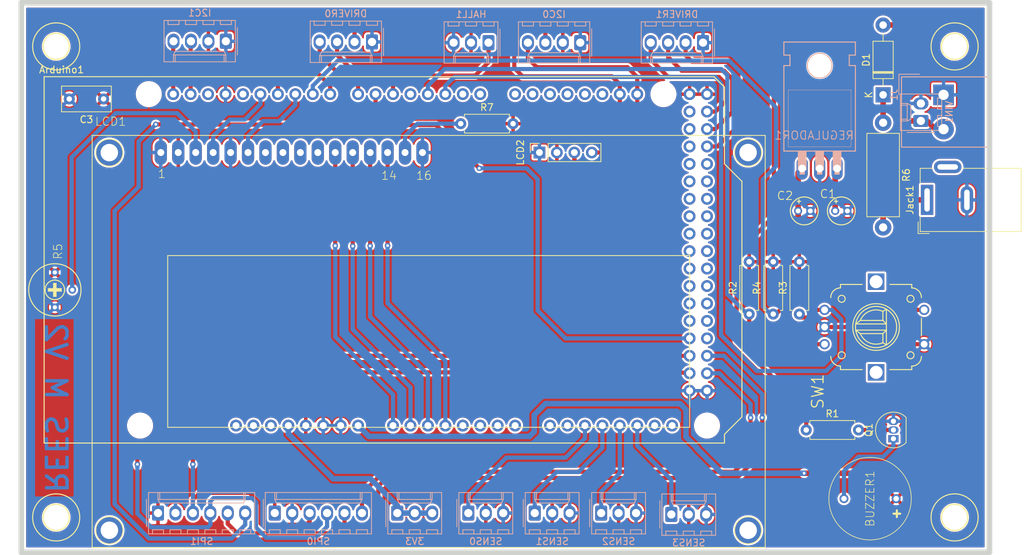
<source format=kicad_pcb>
(kicad_pcb (version 20171130) (host pcbnew 5.1.5-52549c5~84~ubuntu18.04.1)
  (layers (0 Top signal) (31 Bottom signal) (34 B.Paste user hide) (35 F.Paste user hide) (36 B.SilkS user) (37 F.SilkS user) (38 B.Mask user) (39 F.Mask user) (44 Edge.Cuts user))
  (net 0 "")
  (net 1 GND)
  (net 2 +5V)
  (net 3 +24V)
  (net 4 /E)
  (net 5 /D4)
  (net 6 /D5)
  (net 7 /D6)
  (net 8 /D7)
  (net 9 /BUZZ)
  (net 10 /RS)
  (net 11 /SW)
  (net 12 /HALL)
  (net 13 /DT)
  (net 14 /CLK)
  (net 15 "Net-(BUZZER1-Pad2)")
  (net 16 "Net-(LCD1-Pad10)")
  (net 17 "Net-(LCD1-Pad9)")
  (net 18 "Net-(LCD1-Pad8)")
  (net 19 "Net-(LCD1-Pad7)")
  (net 20 "Net-(LCD1-Pad3)")
  (net 21 "Net-(LCD1-Pad15)")
  (net 22 +12V)
  (net 23 "Net-(Q1-Pad2)")
  (net 24 /3V3)
  (net 25 "Net-(Arduino1-PadRST1)")
  (net 26 "Net-(Arduino1-PadIORF)")
  (net 27 /SCL1)
  (net 28 /SDA1)
  (net 29 "Net-(Arduino1-PadD19)")
  (net 30 "Net-(Arduino1-PadD18)")
  (net 31 "Net-(Arduino1-PadD17)")
  (net 32 "Net-(Arduino1-PadD16)")
  (net 33 "Net-(Arduino1-PadD15)")
  (net 34 "Net-(Arduino1-PadD14)")
  (net 35 "Net-(Arduino1-PadD0)")
  (net 36 "Net-(Arduino1-PadD1)")
  (net 37 "Net-(Arduino1-PadD4)")
  (net 38 /PUL0)
  (net 39 /DIR0)
  (net 40 /ENA0)
  (net 41 /SCL2)
  (net 42 /SDA2)
  (net 43 "Net-(Arduino1-PadAREF)")
  (net 44 "Net-(Arduino1-PadD13)")
  (net 45 "Net-(Arduino1-PadA4)")
  (net 46 "Net-(Arduino1-PadA5)")
  (net 47 "Net-(Arduino1-PadA6)")
  (net 48 "Net-(Arduino1-PadA7)")
  (net 49 "Net-(Arduino1-PadA8)")
  (net 50 "Net-(Arduino1-PadA9)")
  (net 51 /SENS0)
  (net 52 /SENS1)
  (net 53 /SENS2)
  (net 54 /SENS3)
  (net 55 "Net-(Arduino1-PadA14)")
  (net 56 "Net-(Arduino1-PadA15)")
  (net 57 "Net-(Arduino1-PadD22)")
  (net 58 "Net-(Arduino1-PadD24)")
  (net 59 "Net-(Arduino1-PadD26)")
  (net 60 "Net-(Arduino1-PadD28)")
  (net 61 "Net-(Arduino1-PadD29)")
  (net 62 "Net-(Arduino1-PadD30)")
  (net 63 /SS1)
  (net 64 "Net-(Arduino1-PadD32)")
  (net 65 "Net-(Arduino1-PadD33)")
  (net 66 "Net-(Arduino1-PadD34)")
  (net 67 "Net-(Arduino1-PadD35)")
  (net 68 "Net-(Arduino1-PadD36)")
  (net 69 "Net-(Arduino1-PadD37)")
  (net 70 "Net-(Arduino1-PadD38)")
  (net 71 "Net-(Arduino1-PadD39)")
  (net 72 "Net-(Arduino1-PadD40)")
  (net 73 "Net-(Arduino1-PadD41)")
  (net 74 "Net-(Arduino1-PadD42)")
  (net 75 "Net-(Arduino1-PadD43)")
  (net 76 /ENA1)
  (net 77 /DIR1)
  (net 78 /PUL1)
  (net 79 "Net-(Arduino1-PadD47)")
  (net 80 "Net-(Arduino1-PadD49)")
  (net 81 /MISO)
  (net 82 /MOSI)
  (net 83 /SCK)
  (net 84 /SS0)
  (net 85 "Net-(Arduino1-PadD44)")
  (net 86 "Net-(Arduino1-PadD45)")
  (net 87 "Net-(Arduino1-PadD46)")
  (net 88 "Net-(Arduino1-PadD31)")
  (net 89 "Net-(D1-Pad1)")
  (net 90 "Net-(D1-Pad2)")
  (module Arduino:Arduino_Mega2560_Shield (layer Top) (at 81.34 129.1)
    (fp_text reference Arduino1 (at 2.54 -54.356) (layer F.SilkS))
    (fp_text value Arduino_Mega2560_Shield)
    (pad A0 thru_hole oval (at 50.8 -2.54) (size 1.7272 1.7272) (drill 1.016) (layers *.Cu *.Mask) (net 5 /D4))
    (pad VIN thru_hole oval (at 45.72 -2.54) (size 1.7272 1.7272) (drill 1.016) (layers *.Cu *.Mask) (net 22 +12V))
    (pad GND3 thru_hole oval (at 43.18 -2.54) (size 1.7272 1.7272) (drill 1.016) (layers *.Cu *.Mask) (net 1 GND))
    (pad GND2 thru_hole oval (at 40.64 -2.54) (size 1.7272 1.7272) (drill 1.016) (layers *.Cu *.Mask) (net 1 GND))
    (pad 5V1 thru_hole oval (at 38.1 -2.54) (size 1.7272 1.7272) (drill 1.016) (layers *.Cu *.Mask) (net 2 +5V))
    (pad 3V3 thru_hole oval (at 35.56 -2.54) (size 1.7272 1.7272) (drill 1.016) (layers *.Cu *.Mask) (net 24 /3V3))
    (pad RST1 thru_hole oval (at 33.02 -2.54) (size 1.7272 1.7272) (drill 1.016) (layers *.Cu *.Mask) (net 25 "Net-(Arduino1-PadRST1)"))
    (pad IORF thru_hole oval (at 30.48 -2.54) (size 1.7272 1.7272) (drill 1.016) (layers *.Cu *.Mask) (net 26 "Net-(Arduino1-PadIORF)"))
    (pad D21 thru_hole oval (at 86.36 -50.8) (size 1.7272 1.7272) (drill 1.016) (layers *.Cu *.Mask) (net 27 /SCL1))
    (pad D20 thru_hole oval (at 83.82 -50.8) (size 1.7272 1.7272) (drill 1.016) (layers *.Cu *.Mask) (net 28 /SDA1))
    (pad D19 thru_hole oval (at 81.28 -50.8) (size 1.7272 1.7272) (drill 1.016) (layers *.Cu *.Mask) (net 29 "Net-(Arduino1-PadD19)"))
    (pad D18 thru_hole oval (at 78.74 -50.8) (size 1.7272 1.7272) (drill 1.016) (layers *.Cu *.Mask) (net 30 "Net-(Arduino1-PadD18)"))
    (pad D17 thru_hole oval (at 76.2 -50.8) (size 1.7272 1.7272) (drill 1.016) (layers *.Cu *.Mask) (net 31 "Net-(Arduino1-PadD17)"))
    (pad D16 thru_hole oval (at 73.66 -50.8) (size 1.7272 1.7272) (drill 1.016) (layers *.Cu *.Mask) (net 32 "Net-(Arduino1-PadD16)"))
    (pad D15 thru_hole oval (at 71.12 -50.8) (size 1.7272 1.7272) (drill 1.016) (layers *.Cu *.Mask) (net 33 "Net-(Arduino1-PadD15)"))
    (pad D14 thru_hole oval (at 68.58 -50.8) (size 1.7272 1.7272) (drill 1.016) (layers *.Cu *.Mask) (net 34 "Net-(Arduino1-PadD14)"))
    (pad D0 thru_hole oval (at 63.5 -50.8) (size 1.7272 1.7272) (drill 1.016) (layers *.Cu *.Mask) (net 35 "Net-(Arduino1-PadD0)"))
    (pad D1 thru_hole oval (at 60.96 -50.8) (size 1.7272 1.7272) (drill 1.016) (layers *.Cu *.Mask) (net 36 "Net-(Arduino1-PadD1)"))
    (pad D2 thru_hole oval (at 58.42 -50.8) (size 1.7272 1.7272) (drill 1.016) (layers *.Cu *.Mask) (net 14 /CLK))
    (pad D3 thru_hole oval (at 55.88 -50.8) (size 1.7272 1.7272) (drill 1.016) (layers *.Cu *.Mask) (net 13 /DT))
    (pad D4 thru_hole oval (at 53.34 -50.8) (size 1.7272 1.7272) (drill 1.016) (layers *.Cu *.Mask) (net 37 "Net-(Arduino1-PadD4)"))
    (pad D5 thru_hole oval (at 50.8 -50.8) (size 1.7272 1.7272) (drill 1.016) (layers *.Cu *.Mask) (net 12 /HALL))
    (pad D6 thru_hole oval (at 48.26 -50.8) (size 1.7272 1.7272) (drill 1.016) (layers *.Cu *.Mask) (net 38 /PUL0))
    (pad D7 thru_hole oval (at 45.72 -50.8) (size 1.7272 1.7272) (drill 1.016) (layers *.Cu *.Mask) (net 39 /DIR0))
    (pad GND1 thru_hole oval (at 26.416 -50.8) (size 1.7272 1.7272) (drill 1.016) (layers *.Cu *.Mask) (net 1 GND))
    (pad D8 thru_hole oval (at 41.656 -50.8) (size 1.7272 1.7272) (drill 1.016) (layers *.Cu *.Mask) (net 40 /ENA0))
    (pad D9 thru_hole oval (at 39.116 -50.8) (size 1.7272 1.7272) (drill 1.016) (layers *.Cu *.Mask) (net 11 /SW))
    (pad D10 thru_hole oval (at 36.576 -50.8) (size 1.7272 1.7272) (drill 1.016) (layers *.Cu *.Mask) (net 4 /E))
    (pad "" np_thru_hole circle (at 90.17 -50.8) (size 3.2 3.2) (drill 3.2) (layers *.Cu *.Mask))
    (pad "" np_thru_hole circle (at 15.24 -50.8) (size 3.2 3.2) (drill 3.2) (layers *.Cu *.Mask))
    (pad "" np_thru_hole circle (at 96.52 -2.54) (size 3.2 3.2) (drill 3.2) (layers *.Cu *.Mask))
    (pad "" np_thru_hole circle (at 13.97 -2.54) (size 3.2 3.2) (drill 3.2) (layers *.Cu *.Mask))
    (pad SCL thru_hole oval (at 18.796 -50.8) (size 1.7272 1.7272) (drill 1.016) (layers *.Cu *.Mask) (net 41 /SCL2))
    (pad SDA thru_hole oval (at 21.336 -50.8) (size 1.7272 1.7272) (drill 1.016) (layers *.Cu *.Mask) (net 42 /SDA2))
    (pad AREF thru_hole oval (at 23.876 -50.8) (size 1.7272 1.7272) (drill 1.016) (layers *.Cu *.Mask) (net 43 "Net-(Arduino1-PadAREF)"))
    (pad D13 thru_hole oval (at 28.956 -50.8) (size 1.7272 1.7272) (drill 1.016) (layers *.Cu *.Mask) (net 44 "Net-(Arduino1-PadD13)"))
    (pad D12 thru_hole oval (at 31.496 -50.8) (size 1.7272 1.7272) (drill 1.016) (layers *.Cu *.Mask) (net 10 /RS))
    (pad D11 thru_hole oval (at 34.036 -50.8) (size 1.7272 1.7272) (drill 1.016) (layers *.Cu *.Mask) (net 9 /BUZZ))
    (pad "" thru_hole oval (at 27.94 -2.54) (size 1.7272 1.7272) (drill 1.016) (layers *.Cu *.Mask))
    (pad A1 thru_hole oval (at 53.34 -2.54) (size 1.7272 1.7272) (drill 1.016) (layers *.Cu *.Mask) (net 6 /D5))
    (pad A2 thru_hole oval (at 55.88 -2.54) (size 1.7272 1.7272) (drill 1.016) (layers *.Cu *.Mask) (net 7 /D6))
    (pad A3 thru_hole oval (at 58.42 -2.54) (size 1.7272 1.7272) (drill 1.016) (layers *.Cu *.Mask) (net 8 /D7))
    (pad A4 thru_hole oval (at 60.96 -2.54) (size 1.7272 1.7272) (drill 1.016) (layers *.Cu *.Mask) (net 45 "Net-(Arduino1-PadA4)"))
    (pad A5 thru_hole oval (at 63.5 -2.54) (size 1.7272 1.7272) (drill 1.016) (layers *.Cu *.Mask) (net 46 "Net-(Arduino1-PadA5)"))
    (pad A6 thru_hole oval (at 66.04 -2.54) (size 1.7272 1.7272) (drill 1.016) (layers *.Cu *.Mask) (net 47 "Net-(Arduino1-PadA6)"))
    (pad A7 thru_hole oval (at 68.58 -2.54) (size 1.7272 1.7272) (drill 1.016) (layers *.Cu *.Mask) (net 48 "Net-(Arduino1-PadA7)"))
    (pad A8 thru_hole oval (at 73.66 -2.54) (size 1.7272 1.7272) (drill 1.016) (layers *.Cu *.Mask) (net 49 "Net-(Arduino1-PadA8)"))
    (pad A9 thru_hole oval (at 76.2 -2.54) (size 1.7272 1.7272) (drill 1.016) (layers *.Cu *.Mask) (net 50 "Net-(Arduino1-PadA9)"))
    (pad A10 thru_hole oval (at 78.74 -2.54) (size 1.7272 1.7272) (drill 1.016) (layers *.Cu *.Mask) (net 51 /SENS0))
    (pad A11 thru_hole oval (at 81.28 -2.54) (size 1.7272 1.7272) (drill 1.016) (layers *.Cu *.Mask) (net 52 /SENS1))
    (pad A12 thru_hole oval (at 83.82 -2.54) (size 1.7272 1.7272) (drill 1.016) (layers *.Cu *.Mask) (net 53 /SENS2))
    (pad A13 thru_hole oval (at 86.36 -2.54) (size 1.7272 1.7272) (drill 1.016) (layers *.Cu *.Mask) (net 54 /SENS3))
    (pad A14 thru_hole oval (at 88.9 -2.54) (size 1.7272 1.7272) (drill 1.016) (layers *.Cu *.Mask) (net 55 "Net-(Arduino1-PadA14)"))
    (pad A15 thru_hole oval (at 91.44 -2.54) (size 1.7272 1.7272) (drill 1.016) (layers *.Cu *.Mask) (net 56 "Net-(Arduino1-PadA15)"))
    (pad 5V3 thru_hole oval (at 93.98 -50.8) (size 1.7272 1.7272) (drill 1.016) (layers *.Cu *.Mask) (net 2 +5V))
    (pad 5V4 thru_hole oval (at 96.52 -50.8) (size 1.7272 1.7272) (drill 1.016) (layers *.Cu *.Mask) (net 2 +5V))
    (pad D22 thru_hole oval (at 93.98 -48.26) (size 1.7272 1.7272) (drill 1.016) (layers *.Cu *.Mask) (net 57 "Net-(Arduino1-PadD22)"))
    (pad D23 thru_hole oval (at 96.52 -48.26) (size 1.7272 1.7272) (drill 1.016) (layers *.Cu *.Mask) (net 78 /PUL1))
    (pad D24 thru_hole oval (at 93.98 -45.72) (size 1.7272 1.7272) (drill 1.016) (layers *.Cu *.Mask) (net 58 "Net-(Arduino1-PadD24)"))
    (pad D25 thru_hole oval (at 96.52 -45.72) (size 1.7272 1.7272) (drill 1.016) (layers *.Cu *.Mask) (net 77 /DIR1))
    (pad D26 thru_hole oval (at 93.98 -43.18) (size 1.7272 1.7272) (drill 1.016) (layers *.Cu *.Mask) (net 59 "Net-(Arduino1-PadD26)"))
    (pad D27 thru_hole oval (at 96.52 -43.18) (size 1.7272 1.7272) (drill 1.016) (layers *.Cu *.Mask) (net 76 /ENA1))
    (pad D28 thru_hole oval (at 93.98 -40.64) (size 1.7272 1.7272) (drill 1.016) (layers *.Cu *.Mask) (net 60 "Net-(Arduino1-PadD28)"))
    (pad D29 thru_hole oval (at 96.52 -40.64) (size 1.7272 1.7272) (drill 1.016) (layers *.Cu *.Mask) (net 61 "Net-(Arduino1-PadD29)"))
    (pad D30 thru_hole oval (at 93.98 -38.1) (size 1.7272 1.7272) (drill 1.016) (layers *.Cu *.Mask) (net 62 "Net-(Arduino1-PadD30)"))
    (pad D31 thru_hole oval (at 96.52 -38.1) (size 1.7272 1.7272) (drill 1.016) (layers *.Cu *.Mask) (net 88 "Net-(Arduino1-PadD31)"))
    (pad D32 thru_hole oval (at 93.98 -35.56) (size 1.7272 1.7272) (drill 1.016) (layers *.Cu *.Mask) (net 64 "Net-(Arduino1-PadD32)"))
    (pad D33 thru_hole oval (at 96.52 -35.56) (size 1.7272 1.7272) (drill 1.016) (layers *.Cu *.Mask) (net 65 "Net-(Arduino1-PadD33)"))
    (pad D34 thru_hole oval (at 93.98 -33.02) (size 1.7272 1.7272) (drill 1.016) (layers *.Cu *.Mask) (net 66 "Net-(Arduino1-PadD34)"))
    (pad D35 thru_hole oval (at 96.52 -33.02) (size 1.7272 1.7272) (drill 1.016) (layers *.Cu *.Mask) (net 67 "Net-(Arduino1-PadD35)"))
    (pad D36 thru_hole oval (at 93.98 -30.48) (size 1.7272 1.7272) (drill 1.016) (layers *.Cu *.Mask) (net 68 "Net-(Arduino1-PadD36)"))
    (pad D37 thru_hole oval (at 96.52 -30.48) (size 1.7272 1.7272) (drill 1.016) (layers *.Cu *.Mask) (net 69 "Net-(Arduino1-PadD37)"))
    (pad D38 thru_hole oval (at 93.98 -27.94) (size 1.7272 1.7272) (drill 1.016) (layers *.Cu *.Mask) (net 70 "Net-(Arduino1-PadD38)"))
    (pad D39 thru_hole oval (at 96.52 -27.94) (size 1.7272 1.7272) (drill 1.016) (layers *.Cu *.Mask) (net 71 "Net-(Arduino1-PadD39)"))
    (pad D40 thru_hole oval (at 93.98 -25.4) (size 1.7272 1.7272) (drill 1.016) (layers *.Cu *.Mask) (net 72 "Net-(Arduino1-PadD40)"))
    (pad D41 thru_hole oval (at 96.52 -25.4) (size 1.7272 1.7272) (drill 1.016) (layers *.Cu *.Mask) (net 73 "Net-(Arduino1-PadD41)"))
    (pad D42 thru_hole oval (at 93.98 -22.86) (size 1.7272 1.7272) (drill 1.016) (layers *.Cu *.Mask) (net 74 "Net-(Arduino1-PadD42)"))
    (pad D43 thru_hole oval (at 96.52 -22.86) (size 1.7272 1.7272) (drill 1.016) (layers *.Cu *.Mask) (net 75 "Net-(Arduino1-PadD43)"))
    (pad D44 thru_hole oval (at 93.98 -20.32) (size 1.7272 1.7272) (drill 1.016) (layers *.Cu *.Mask) (net 85 "Net-(Arduino1-PadD44)"))
    (pad D45 thru_hole oval (at 96.52 -20.32) (size 1.7272 1.7272) (drill 1.016) (layers *.Cu *.Mask) (net 86 "Net-(Arduino1-PadD45)"))
    (pad D46 thru_hole oval (at 93.98 -17.78) (size 1.7272 1.7272) (drill 1.016) (layers *.Cu *.Mask) (net 87 "Net-(Arduino1-PadD46)"))
    (pad D47 thru_hole oval (at 96.52 -17.78) (size 1.7272 1.7272) (drill 1.016) (layers *.Cu *.Mask) (net 79 "Net-(Arduino1-PadD47)"))
    (pad D48 thru_hole oval (at 93.98 -15.24) (size 1.7272 1.7272) (drill 1.016) (layers *.Cu *.Mask) (net 63 /SS1))
    (pad D49 thru_hole oval (at 96.52 -15.24) (size 1.7272 1.7272) (drill 1.016) (layers *.Cu *.Mask) (net 80 "Net-(Arduino1-PadD49)"))
    (pad D50 thru_hole oval (at 93.98 -12.7) (size 1.7272 1.7272) (drill 1.016) (layers *.Cu *.Mask) (net 81 /MISO))
    (pad D51 thru_hole oval (at 96.52 -12.7) (size 1.7272 1.7272) (drill 1.016) (layers *.Cu *.Mask) (net 82 /MOSI))
    (pad D52 thru_hole oval (at 93.98 -10.16) (size 1.7272 1.7272) (drill 1.016) (layers *.Cu *.Mask) (net 83 /SCK))
    (pad D53 thru_hole oval (at 96.52 -10.16) (size 1.7272 1.7272) (drill 1.016) (layers *.Cu *.Mask) (net 84 /SS0))
    (pad GND5 thru_hole oval (at 93.98 -7.62) (size 1.7272 1.7272) (drill 1.016) (layers *.Cu *.Mask) (net 1 GND))
    (pad GND6 thru_hole oval (at 96.52 -7.62) (size 1.7272 1.7272) (drill 1.016) (layers *.Cu *.Mask) (net 1 GND))
  )
  (module Connector_PinSocket_2.54mm:PinSocket_1x04_P2.54mm_Vertical (layer Top) (at 153.46 86.8 90)
    (fp_text reference LCD2 (at 0 -2.77 90) (layer F.SilkS))
    (fp_text value Conn_I2C_OLED)
    (pad 1 thru_hole rect (at 0 0 90) (size 1.7 1.7) (drill 1) (layers *.Cu *.Mask) (net 1 GND))
    (pad 2 thru_hole oval (at 0 2.54 90) (size 1.7 1.7) (drill 1) (layers *.Cu *.Mask) (net 2 +5V))
    (pad 3 thru_hole oval (at 0 5.08 90) (size 1.7 1.7) (drill 1) (layers *.Cu *.Mask) (net 27 /SCL1))
    (pad 4 thru_hole oval (at 0 7.62 90) (size 1.7 1.7) (drill 1) (layers *.Cu *.Mask) (net 28 /SDA1))
  )
  (module Diode_THT:D_DO-41_SOD81_P10.16mm_Horizontal (layer Top) (at 203.5 78.4 90)
    (fp_text reference D1 (at 5.08 -2.47 90) (layer F.SilkS))
    (fp_text value 1N4007)
    (fp_text user K (at 0 -2.1 90) (layer F.SilkS))
    (pad 1 thru_hole rect (at 0 0 90) (size 2.2 2.2) (drill 1.1) (layers *.Cu *.Mask) (net 89 "Net-(D1-Pad1)"))
    (pad 2 thru_hole oval (at 10.16 0 90) (size 2.2 2.2) (drill 1.1) (layers *.Cu *.Mask) (net 90 "Net-(D1-Pad2)"))
  )
  (module REES:L2034-T (layer Top) (at 136.4361 114.7486)
    (fp_text reference LCD1 (at -47.7469 -31.7571) (layer F.SilkS) (effects (font (size 1.2065 1.2065) (thickness 0.09652)) (justify left bottom)))
    (fp_text value L2034-T hide)
    (fp_text user 16 (at -1.0109 -23.8831) (layer F.SilkS) (effects (font (size 1.2065 1.2065) (thickness 0.1016)) (justify left bottom)))
    (fp_text user 14 (at -6.0909 -23.8831) (layer F.SilkS) (effects (font (size 1.2065 1.2065) (thickness 0.1016)) (justify left bottom)))
    (fp_text user 1 (at -38.6029 -24.1371) (layer F.SilkS) (effects (font (size 1.2065 1.2065) (thickness 0.1016)) (justify left bottom)))
    (pad P$4 thru_hole circle (at 47.4051 -27.9471) (size 3.81 3.81) (drill 2.54) (layers *.Cu *.Mask))
    (pad P$3 thru_hole circle (at 47.4151 27.0529) (size 3.81 3.81) (drill 2.54) (layers *.Cu *.Mask))
    (pad P$2 thru_hole circle (at -45.5949 27.0529) (size 3.81 3.81) (drill 2.54) (layers *.Cu *.Mask))
    (pad P$1 thru_hole circle (at -45.6049 -27.9371) (size 3.81 3.81) (drill 2.54) (layers *.Cu *.Mask))
    (pad 16 thru_hole oval (at -0.0076 -27.9471 270) (size 3.556 1.778) (drill 1.016) (layers *.Cu *.Mask) (net 1 GND))
    (pad 15 thru_hole oval (at -2.5476 -27.9471 270) (size 3.556 1.778) (drill 1.016) (layers *.Cu *.Mask) (net 21 "Net-(LCD1-Pad15)"))
    (pad 14 thru_hole oval (at -5.0876 -27.9471 270) (size 3.556 1.778) (drill 1.016) (layers *.Cu *.Mask) (net 8 /D7))
    (pad 13 thru_hole oval (at -7.6276 -27.9471 270) (size 3.556 1.778) (drill 1.016) (layers *.Cu *.Mask) (net 7 /D6))
    (pad 12 thru_hole oval (at -10.1676 -27.9471 270) (size 3.556 1.778) (drill 1.016) (layers *.Cu *.Mask) (net 6 /D5))
    (pad 11 thru_hole oval (at -12.7076 -27.9471 270) (size 3.556 1.778) (drill 1.016) (layers *.Cu *.Mask) (net 5 /D4))
    (pad 10 thru_hole oval (at -15.2476 -27.9471 270) (size 3.556 1.778) (drill 1.016) (layers *.Cu *.Mask) (net 16 "Net-(LCD1-Pad10)"))
    (pad 9 thru_hole oval (at -17.7876 -27.9471 270) (size 3.556 1.778) (drill 1.016) (layers *.Cu *.Mask) (net 17 "Net-(LCD1-Pad9)"))
    (pad 8 thru_hole oval (at -20.3276 -27.9471 270) (size 3.556 1.778) (drill 1.016) (layers *.Cu *.Mask) (net 18 "Net-(LCD1-Pad8)"))
    (pad 7 thru_hole oval (at -22.8676 -27.9471 270) (size 3.556 1.778) (drill 1.016) (layers *.Cu *.Mask) (net 19 "Net-(LCD1-Pad7)"))
    (pad 6 thru_hole oval (at -25.4076 -27.9471 270) (size 3.556 1.778) (drill 1.016) (layers *.Cu *.Mask) (net 4 /E))
    (pad 5 thru_hole oval (at -27.9476 -27.9471 270) (size 3.556 1.778) (drill 1.016) (layers *.Cu *.Mask) (net 1 GND))
    (pad 4 thru_hole oval (at -30.4876 -27.9471 270) (size 3.556 1.778) (drill 1.016) (layers *.Cu *.Mask) (net 10 /RS))
    (pad 3 thru_hole oval (at -33.0276 -27.9471 270) (size 3.556 1.778) (drill 1.016) (layers *.Cu *.Mask) (net 20 "Net-(LCD1-Pad3)"))
    (pad 2 thru_hole oval (at -35.5676 -27.9471 270) (size 3.556 1.778) (drill 1.016) (layers *.Cu *.Mask) (net 2 +5V))
    (pad 1 thru_hole oval (at -38.1076 -27.9471 270) (size 3.556 1.778) (drill 1.016) (layers *.Cu *.Mask) (net 1 GND))
  )
  (module Package_TO_SOT_THT:TO-92_Inline (layer Top) (at 205 128.47 90)
    (fp_text reference Q1 (at 1.27 -3.56 90) (layer F.SilkS))
    (fp_text value BC547)
    (pad 2 thru_hole oval (at 1.27 0 90) (size 1.05 1.5) (drill 0.75) (layers *.Cu *.Mask) (net 23 "Net-(Q1-Pad2)"))
    (pad 3 thru_hole oval (at 2.54 0 90) (size 1.05 1.5) (drill 0.75) (layers *.Cu *.Mask) (net 1 GND))
    (pad 1 thru_hole rect (at 0 0 90) (size 1.05 1.5) (drill 0.75) (layers *.Cu *.Mask) (net 15 "Net-(BUZZER1-Pad2)"))
  )
  (module REES:E1,8-4 (layer Top) (at 192.011 95.3)
    (fp_text reference C2 (at -1.54006 -1.4978) (layer F.SilkS) (effects (font (size 1.2065 1.2065) (thickness 0.12065)) (justify right bottom)))
    (fp_text value 100n)
    (pad + thru_hole circle (at -0.889 0) (size 1.1684 1.1684) (drill 0.7112) (layers *.Cu *.Mask) (net 22 +12V))
    (pad - thru_hole circle (at 0.889 0) (size 1.1684 1.1684) (drill 0.7112) (layers *.Cu *.Mask) (net 1 GND))
  )
  (module REES:E1,8-4 (layer Top) (at 197.411 95.3)
    (fp_text reference C1 (at -3.19864 -1.76958) (layer F.SilkS) (effects (font (size 1.2065 1.2065) (thickness 0.12065)) (justify left bottom)))
    (fp_text value 330n)
    (pad + thru_hole circle (at -0.889 0) (size 1.1684 1.1684) (drill 0.7112) (layers *.Cu *.Mask) (net 3 +24V))
    (pad - thru_hole circle (at 0.889 0) (size 1.1684 1.1684) (drill 0.7112) (layers *.Cu *.Mask) (net 1 GND))
  )
  (module REES:PEC12_INCREMENTAL_ENCODER (layer Top) (at 202.4761 112.2086 270)
    (fp_text reference SW1 (at 6.7 7.51 90) (layer F.SilkS) (effects (font (size 1.6891 1.6891) (thickness 0.16891)) (justify right bottom)))
    (fp_text value ENCODER_SW1-PEC12 hide)
    (pad GND@2 thru_hole rect (at 6.6 0 270) (size 2.4 2.4) (drill 1.9) (layers *.Cu *.Mask))
    (pad GND@1 thru_hole rect (at -6.6 0 270) (size 2.4 2.4) (drill 1.9) (layers *.Cu *.Mask))
    (pad B thru_hole circle (at 2.5 7.5 270) (size 1.5 1.5) (drill 1) (layers *.Cu *.Mask) (net 13 /DT))
    (pad C thru_hole circle (at 0 7.5 270) (size 1.5 1.5) (drill 1) (layers *.Cu *.Mask) (net 1 GND))
    (pad A thru_hole circle (at -2.5 7.5 270) (size 1.5 1.5) (drill 1) (layers *.Cu *.Mask) (net 14 /CLK))
    (pad P2 thru_hole circle (at 2.5 -7 270) (size 1.5 1.5) (drill 1) (layers *.Cu *.Mask) (net 1 GND))
    (pad P1 thru_hole circle (at -2.5 -7 270) (size 1.5 1.5) (drill 1) (layers *.Cu *.Mask) (net 11 /SW))
  )
  (module REES:RTRIM3339P (layer Top) (at 82.9 106.8 90)
    (fp_text reference R5 (at 6.833 1.157 90) (layer F.SilkS) (effects (font (size 1.2065 1.2065) (thickness 0.09652)) (justify right bottom)))
    (fp_text value 15k)
    (pad 3 thru_hole circle (at 2.54 0 90) (size 1.1096 1.1096) (drill 0.6096) (layers *.Cu *.Mask) (net 2 +5V))
    (pad 2 thru_hole circle (at 0 2.54 90) (size 1.1096 1.1096) (drill 0.6096) (layers *.Cu *.Mask) (net 20 "Net-(LCD1-Pad3)"))
    (pad 1 thru_hole circle (at -2.54 0 90) (size 1.1096 1.1096) (drill 0.6096) (layers *.Cu *.Mask) (net 1 GND))
  )
  (module REES:TMB12A05 (layer Top) (at 205.4 137.2 90)
    (fp_text reference BUZZER1 (at 0 -3.8 90) (layer F.SilkS) (effects (font (size 1.2065 1.2065) (thickness 0.09652))))
    (fp_text value TMB12A05 hide)
    (pad 2 thru_hole circle (at 0 -7.6 90) (size 1.3 1.3) (drill 0.8) (layers *.Cu *.Mask) (net 15 "Net-(BUZZER1-Pad2)"))
    (pad 1 thru_hole circle (at 0 0 90) (size 1.3 1.3) (drill 0.8) (layers *.Cu *.Mask) (net 2 +5V))
  )
  (module REES:LINEAR_TO220H (layer Bottom) (at 194.2561 78.9686 180)
    (fp_text reference REGULADOR1 (at -5.08 -6.0452 180) (layer B.SilkS) (effects (font (size 1.2065 1.2065) (thickness 0.12065)) (justify left bottom mirror)))
    (fp_text value LINEAR_7812T hide)
    (pad "" np_thru_hole circle (at 0 4.826 180) (size 3.302 3.302) (drill 3.302) (layers *.Cu *.Mask))
    (pad 3 thru_hole oval (at 2.54 -10.16 90) (size 3.2352 1.6176) (drill 1.1176) (layers *.Cu *.Mask) (net 22 +12V))
    (pad 2 thru_hole oval (at 0 -10.16 90) (size 3.2352 1.6176) (drill 1.1176) (layers *.Cu *.Mask) (net 1 GND))
    (pad 1 thru_hole oval (at -2.54 -10.16 90) (size 3.2352 1.6176) (drill 1.1176) (layers *.Cu *.Mask) (net 3 +24V))
  )
  (module REES:HOLES_3,6 (layer Top) (at 83.0961 71.3486)
    (fp_text reference H1 hide)
    (fp_text value HOLES_MOUNT-HOLE3.6 hide)
    (pad "" np_thru_hole circle (at 0 0) (size 3.6 3.6) (drill 3.6) (layers *.Cu *.Mask))
  )
  (module REES:HOLES_3,6 (layer Top) (at 83.0961 139.9286)
    (fp_text reference H2 hide)
    (fp_text value HOLES_MOUNT-HOLE3.6 hide)
    (pad "" np_thru_hole circle (at 0 0) (size 3.6 3.6) (drill 3.6) (layers *.Cu *.Mask))
  )
  (module REES:HOLES_3,6 (layer Top) (at 213.9061 139.9286)
    (fp_text reference H3 hide)
    (fp_text value HOLES_MOUNT-HOLE3.6 hide)
    (pad "" np_thru_hole circle (at 0 0) (size 3.6 3.6) (drill 3.6) (layers *.Cu *.Mask))
  )
  (module REES:HOLES_3,6 (layer Top) (at 213.9061 71.3486)
    (fp_text reference H4 hide)
    (fp_text value HOLES_MOUNT-HOLE3.6 hide)
    (pad "" np_thru_hole circle (at 0 0) (size 3.6 3.6) (drill 3.6) (layers *.Cu *.Mask))
  )
  (module Resistor_THT:R_Axial_DIN0414_L11.9mm_D4.5mm_P15.24mm_Horizontal (layer Top) (at 203.5 82.46 270)
    (fp_text reference R6 (at 7.62 -3.37 90) (layer F.SilkS))
    (fp_text value 10R)
    (pad 1 thru_hole circle (at 0 0 270) (size 2.4 2.4) (drill 1.2) (layers *.Cu *.Mask) (net 89 "Net-(D1-Pad1)"))
    (pad 2 thru_hole oval (at 15.24 0 270) (size 2.4 2.4) (drill 1.2) (layers *.Cu *.Mask) (net 3 +24V))
  )
  (module Capacitor_THT:C_Rect_L7.0mm_W3.5mm_P5.00mm (layer Top) (at 90 79 180)
    (fp_text reference C3 (at 2.5 -3) (layer F.SilkS))
    (fp_text value 100nF)
    (pad 2 thru_hole circle (at 5 0 180) (size 1.6 1.6) (drill 0.8) (layers *.Cu *.Mask) (net 1 GND))
    (pad 1 thru_hole circle (at 0 0 180) (size 1.6 1.6) (drill 0.8) (layers *.Cu *.Mask) (net 2 +5V))
  )
  (module Resistor_THT:R_Axial_DIN0207_L6.3mm_D2.5mm_P7.62mm_Horizontal (layer Top) (at 142 82.6)
    (fp_text reference R7 (at 3.81 -2.37) (layer F.SilkS))
    (fp_text value 10R)
    (pad 1 thru_hole circle (at 0 0) (size 1.6 1.6) (drill 0.8) (layers *.Cu *.Mask) (net 21 "Net-(LCD1-Pad15)"))
    (pad 2 thru_hole oval (at 7.62 0) (size 1.6 1.6) (drill 0.8) (layers *.Cu *.Mask) (net 2 +5V))
  )
  (module Resistor_THT:R_Axial_DIN0207_L6.3mm_D2.5mm_P7.62mm_Horizontal (layer Top) (at 192.3 127.2)
    (fp_text reference R1 (at 3.81 -2.37) (layer F.SilkS))
    (fp_text value 1k)
    (pad 2 thru_hole oval (at 7.62 0) (size 1.6 1.6) (drill 0.8) (layers *.Cu *.Mask) (net 23 "Net-(Q1-Pad2)"))
    (pad 1 thru_hole circle (at 0 0) (size 1.6 1.6) (drill 0.8) (layers *.Cu *.Mask) (net 9 /BUZZ))
  )
  (module Resistor_THT:R_Axial_DIN0207_L6.3mm_D2.5mm_P7.62mm_Horizontal (layer Top) (at 184 110.324999 90)
    (fp_text reference R2 (at 3.81 -2.37 90) (layer F.SilkS))
    (fp_text value 10k)
    (pad 1 thru_hole circle (at 0 0 90) (size 1.6 1.6) (drill 0.8) (layers *.Cu *.Mask) (net 13 /DT))
    (pad 2 thru_hole oval (at 7.62 0 90) (size 1.6 1.6) (drill 0.8) (layers *.Cu *.Mask) (net 2 +5V))
  )
  (module Resistor_THT:R_Axial_DIN0207_L6.3mm_D2.5mm_P7.62mm_Horizontal (layer Top) (at 191.3 110.324999 90)
    (fp_text reference R3 (at 3.81 -2.37 90) (layer F.SilkS))
    (fp_text value 10k)
    (pad 2 thru_hole oval (at 7.62 0 90) (size 1.6 1.6) (drill 0.8) (layers *.Cu *.Mask) (net 2 +5V))
    (pad 1 thru_hole circle (at 0 0 90) (size 1.6 1.6) (drill 0.8) (layers *.Cu *.Mask) (net 14 /CLK))
  )
  (module Resistor_THT:R_Axial_DIN0207_L6.3mm_D2.5mm_P7.62mm_Horizontal (layer Top) (at 187.5 110.324999 90)
    (fp_text reference R4 (at 3.81 -2.37 90) (layer F.SilkS))
    (fp_text value 10k)
    (pad 1 thru_hole circle (at 0 0 90) (size 1.6 1.6) (drill 0.8) (layers *.Cu *.Mask) (net 11 /SW))
    (pad 2 thru_hole oval (at 7.62 0 90) (size 1.6 1.6) (drill 0.8) (layers *.Cu *.Mask) (net 2 +5V))
  )
  (module Connector_Molex:Molex_KK-254_AE-6410-03A_1x03_P2.54mm_Vertical (layer Bottom) (at 132.76 139.3)
    (fp_text reference 3V3 (at 2.54 4.12) (layer B.SilkS) (effects (justify mirror)))
    (fp_text value Conn_3V3)
    (pad 1 thru_hole roundrect (at 0 0) (size 1.74 2.2) (drill 1.2) (layers *.Cu *.Mask) (roundrect_rratio 0.143678) (net 24 /3V3))
    (pad 2 thru_hole oval (at 2.54 0) (size 1.74 2.2) (drill 1.2) (layers *.Cu *.Mask) (net 24 /3V3))
    (pad 3 thru_hole oval (at 5.08 0) (size 1.74 2.2) (drill 1.2) (layers *.Cu *.Mask) (net 24 /3V3))
  )
  (module Connector_Molex:Molex_KK-254_AE-6410-04A_1x04_P2.54mm_Vertical (layer Bottom) (at 129.08 70.7 180)
    (fp_text reference DRIVER0 (at 3.81 4.12) (layer B.SilkS) (effects (justify mirror)))
    (fp_text value 22-?-0405-7048)
    (pad 4 thru_hole oval (at 7.62 0 180) (size 1.74 2.2) (drill 1.2) (layers *.Cu *.Mask) (net 38 /PUL0))
    (pad 3 thru_hole oval (at 5.08 0 180) (size 1.74 2.2) (drill 1.2) (layers *.Cu *.Mask) (net 39 /DIR0))
    (pad 2 thru_hole oval (at 2.54 0 180) (size 1.74 2.2) (drill 1.2) (layers *.Cu *.Mask) (net 40 /ENA0))
    (pad 1 thru_hole roundrect (at 0 0 180) (size 1.74 2.2) (drill 1.2) (layers *.Cu *.Mask) (roundrect_rratio 0.143678) (net 1 GND))
  )
  (module Connector_Molex:Molex_KK-254_AE-6410-04A_1x04_P2.54mm_Vertical (layer Bottom) (at 177.28 70.8 180)
    (fp_text reference DRIVER1 (at 3.81 4.12) (layer B.SilkS) (effects (justify mirror)))
    (fp_text value 22-?-0405-7048)
    (pad 1 thru_hole roundrect (at 0 0 180) (size 1.74 2.2) (drill 1.2) (layers *.Cu *.Mask) (roundrect_rratio 0.143678) (net 1 GND))
    (pad 2 thru_hole oval (at 2.54 0 180) (size 1.74 2.2) (drill 1.2) (layers *.Cu *.Mask) (net 76 /ENA1))
    (pad 3 thru_hole oval (at 5.08 0 180) (size 1.74 2.2) (drill 1.2) (layers *.Cu *.Mask) (net 77 /DIR1))
    (pad 4 thru_hole oval (at 7.62 0 180) (size 1.74 2.2) (drill 1.2) (layers *.Cu *.Mask) (net 78 /PUL1))
  )
  (module Connector_Molex:Molex_KK-254_AE-6410-03A_1x03_P2.54mm_Vertical (layer Bottom) (at 146.04 70.8 180)
    (fp_text reference HALL1 (at 2.54 4.12) (layer B.SilkS) (effects (justify mirror)))
    (fp_text value 22-?-0305-7038)
    (pad 3 thru_hole oval (at 5.08 0 180) (size 1.74 2.2) (drill 1.2) (layers *.Cu *.Mask) (net 1 GND))
    (pad 2 thru_hole oval (at 2.54 0 180) (size 1.74 2.2) (drill 1.2) (layers *.Cu *.Mask) (net 2 +5V))
    (pad 1 thru_hole roundrect (at 0 0 180) (size 1.74 2.2) (drill 1.2) (layers *.Cu *.Mask) (roundrect_rratio 0.143678) (net 12 /HALL))
  )
  (module Connector_Molex:Molex_KK-254_AE-6410-04A_1x04_P2.54mm_Vertical (layer Bottom) (at 159.4 70.8 180)
    (fp_text reference I2C0 (at 3.81 4.12) (layer B.SilkS) (effects (justify mirror)))
    (fp_text value 22-?-0405-7048)
    (pad 1 thru_hole roundrect (at 0 0 180) (size 1.74 2.2) (drill 1.2) (layers *.Cu *.Mask) (roundrect_rratio 0.143678) (net 1 GND))
    (pad 2 thru_hole oval (at 2.54 0 180) (size 1.74 2.2) (drill 1.2) (layers *.Cu *.Mask) (net 2 +5V))
    (pad 3 thru_hole oval (at 5.08 0 180) (size 1.74 2.2) (drill 1.2) (layers *.Cu *.Mask) (net 28 /SDA1))
    (pad 4 thru_hole oval (at 7.62 0 180) (size 1.74 2.2) (drill 1.2) (layers *.Cu *.Mask) (net 27 /SCL1))
  )
  (module Connector_Molex:Molex_KK-254_AE-6410-04A_1x04_P2.54mm_Vertical (layer Bottom) (at 107.8 70.6 180)
    (fp_text reference I2C1 (at 3.81 4.12) (layer B.SilkS) (effects (justify mirror)))
    (fp_text value 22-?-0405-7048)
    (pad 4 thru_hole oval (at 7.62 0 180) (size 1.74 2.2) (drill 1.2) (layers *.Cu *.Mask) (net 41 /SCL2))
    (pad 3 thru_hole oval (at 5.08 0 180) (size 1.74 2.2) (drill 1.2) (layers *.Cu *.Mask) (net 42 /SDA2))
    (pad 2 thru_hole oval (at 2.54 0 180) (size 1.74 2.2) (drill 1.2) (layers *.Cu *.Mask) (net 2 +5V))
    (pad 1 thru_hole roundrect (at 0 0 180) (size 1.74 2.2) (drill 1.2) (layers *.Cu *.Mask) (roundrect_rratio 0.143678) (net 1 GND))
  )
  (module Connector_Molex:Molex_KK-254_AE-6410-03A_1x03_P2.54mm_Vertical (layer Bottom) (at 143.105001 139.3)
    (fp_text reference SENS0 (at 2.54 4.12) (layer B.SilkS) (effects (justify mirror)))
    (fp_text value Conn_Analog0)
    (pad 3 thru_hole oval (at 5.08 0) (size 1.74 2.2) (drill 1.2) (layers *.Cu *.Mask) (net 1 GND))
    (pad 2 thru_hole oval (at 2.54 0) (size 1.74 2.2) (drill 1.2) (layers *.Cu *.Mask) (net 2 +5V))
    (pad 1 thru_hole roundrect (at 0 0) (size 1.74 2.2) (drill 1.2) (layers *.Cu *.Mask) (roundrect_rratio 0.143678) (net 51 /SENS0))
  )
  (module Connector_Molex:Molex_KK-254_AE-6410-03A_1x03_P2.54mm_Vertical (layer Bottom) (at 152.775001 139.3)
    (fp_text reference SENS1 (at 2.54 4.12) (layer B.SilkS) (effects (justify mirror)))
    (fp_text value Conn_Analog1)
    (pad 1 thru_hole roundrect (at 0 0) (size 1.74 2.2) (drill 1.2) (layers *.Cu *.Mask) (roundrect_rratio 0.143678) (net 52 /SENS1))
    (pad 2 thru_hole oval (at 2.54 0) (size 1.74 2.2) (drill 1.2) (layers *.Cu *.Mask) (net 2 +5V))
    (pad 3 thru_hole oval (at 5.08 0) (size 1.74 2.2) (drill 1.2) (layers *.Cu *.Mask) (net 1 GND))
  )
  (module Connector_Molex:Molex_KK-254_AE-6410-03A_1x03_P2.54mm_Vertical (layer Bottom) (at 162.445001 139.3)
    (fp_text reference SENS2 (at 2.54 4.12) (layer B.SilkS) (effects (justify mirror)))
    (fp_text value Conn_Analog2)
    (pad 1 thru_hole roundrect (at 0 0) (size 1.74 2.2) (drill 1.2) (layers *.Cu *.Mask) (roundrect_rratio 0.143678) (net 53 /SENS2))
    (pad 2 thru_hole oval (at 2.54 0) (size 1.74 2.2) (drill 1.2) (layers *.Cu *.Mask) (net 2 +5V))
    (pad 3 thru_hole oval (at 5.08 0) (size 1.74 2.2) (drill 1.2) (layers *.Cu *.Mask) (net 1 GND))
  )
  (module Connector_Molex:Molex_KK-254_AE-6410-03A_1x03_P2.54mm_Vertical (layer Bottom) (at 172.66 139.5)
    (fp_text reference SENS3 (at 2.54 4.12) (layer B.SilkS) (effects (justify mirror)))
    (fp_text value Conn_Analog3)
    (pad 3 thru_hole oval (at 5.08 0) (size 1.74 2.2) (drill 1.2) (layers *.Cu *.Mask) (net 1 GND))
    (pad 2 thru_hole oval (at 2.54 0) (size 1.74 2.2) (drill 1.2) (layers *.Cu *.Mask) (net 2 +5V))
    (pad 1 thru_hole roundrect (at 0 0) (size 1.74 2.2) (drill 1.2) (layers *.Cu *.Mask) (roundrect_rratio 0.143678) (net 54 /SENS3))
  )
  (module Connector_Molex:Molex_KK-254_AE-6410-06A_1x06_P2.54mm_Vertical (layer Bottom) (at 114.92 139.294999)
    (fp_text reference SPI0 (at 6.35 4.12) (layer B.SilkS) (effects (justify mirror)))
    (fp_text value Conn_SPI0)
    (pad 1 thru_hole roundrect (at 0 0) (size 1.74 2.2) (drill 1.2) (layers *.Cu *.Mask) (roundrect_rratio 0.143678) (net 2 +5V))
    (pad 2 thru_hole oval (at 2.54 0) (size 1.74 2.2) (drill 1.2) (layers *.Cu *.Mask) (net 1 GND))
    (pad 3 thru_hole oval (at 5.08 0) (size 1.74 2.2) (drill 1.2) (layers *.Cu *.Mask) (net 83 /SCK))
    (pad 4 thru_hole oval (at 7.62 0) (size 1.74 2.2) (drill 1.2) (layers *.Cu *.Mask) (net 81 /MISO))
    (pad 5 thru_hole oval (at 10.16 0) (size 1.74 2.2) (drill 1.2) (layers *.Cu *.Mask) (net 82 /MOSI))
    (pad 6 thru_hole oval (at 12.7 0) (size 1.74 2.2) (drill 1.2) (layers *.Cu *.Mask) (net 84 /SS0))
  )
  (module Connector_Molex:Molex_KK-254_AE-6410-06A_1x06_P2.54mm_Vertical (layer Bottom) (at 97.92 139.294999)
    (fp_text reference SPI1 (at 6.35 4.12) (layer B.SilkS) (effects (justify mirror)))
    (fp_text value Conn_SPI1)
    (pad 6 thru_hole oval (at 12.7 0) (size 1.74 2.2) (drill 1.2) (layers *.Cu *.Mask) (net 63 /SS1))
    (pad 5 thru_hole oval (at 10.16 0) (size 1.74 2.2) (drill 1.2) (layers *.Cu *.Mask) (net 82 /MOSI))
    (pad 4 thru_hole oval (at 7.62 0) (size 1.74 2.2) (drill 1.2) (layers *.Cu *.Mask) (net 81 /MISO))
    (pad 3 thru_hole oval (at 5.08 0) (size 1.74 2.2) (drill 1.2) (layers *.Cu *.Mask) (net 83 /SCK))
    (pad 2 thru_hole oval (at 2.54 0) (size 1.74 2.2) (drill 1.2) (layers *.Cu *.Mask) (net 1 GND))
    (pad 1 thru_hole roundrect (at 0 0) (size 1.74 2.2) (drill 1.2) (layers *.Cu *.Mask) (roundrect_rratio 0.143678) (net 2 +5V))
  )
  (module Connector_BarrelJack:BarrelJack_Wuerth_6941xx301002 (layer Top) (at 209.9 93.7 90)
    (fp_text reference Jack1 (at 0 -2.5 90) (layer F.SilkS))
    (fp_text value Jack-DC)
    (pad 3 thru_hole oval (at 4.8 3 180) (size 4 1.8) (drill oval 3 0.8) (layers *.Cu *.Mask))
    (pad 2 thru_hole oval (at 0 5.8 90) (size 4 1.8) (drill oval 3 0.8) (layers *.Cu *.Mask) (net 1 GND))
    (pad 1 thru_hole rect (at 0 0 90) (size 4.4 1.8) (drill oval 3.4 0.8) (layers *.Cu *.Mask) (net 90 "Net-(D1-Pad2)"))
  )
  (module Connector_Molex:Molex_KK-254_AE-6410-02A_1x02_P2.54mm_Vertical (layer Bottom) (at 209 82.2 90)
    (fp_text reference VIN1 (at 1.27 4.12 90) (layer B.SilkS) (effects (justify mirror)))
    (fp_text value 22-?-0205-7028)
    (pad 1 thru_hole roundrect (at 0 0 90) (size 1.74 2.2) (drill 1.2) (layers *.Cu *.Mask) (roundrect_rratio 0.143678) (net 90 "Net-(D1-Pad2)"))
    (pad 2 thru_hole oval (at 2.54 0 90) (size 1.74 2.2) (drill 1.2) (layers *.Cu *.Mask) (net 1 GND))
  )
  (module TerminalBlock_Altech:Altech_AK300_1x02_P5.00mm_45-Degree (layer Bottom) (at 212.3 78.4 270)
    (fp_text reference J1 (at 0 7.2 270) (layer B.SilkS) (effects (justify mirror)))
    (fp_text value Screw_Terminal_01x02)
    (pad 1 thru_hole rect (at 0 0 270) (size 3 3) (drill 1.5) (layers *.Cu *.Mask) (net 1 GND))
    (pad 2 thru_hole circle (at 5 0 270) (size 3 3) (drill 1.5) (layers *.Cu *.Mask) (net 90 "Net-(D1-Pad2)"))
  )
  (gr_text "REES M V2" (at 83.03768 123.96978 270) (layer Bottom) (effects (font (size 2.999999 2.999999) (thickness 0.5)) (justify mirror)))
  (gr_text + (at 205.5 139.3) (layer F.SilkS) (effects (font (size 1.27 1.27) (thickness 0.3048))))
  (gr_line (start 218.9861 64.9986) (end 78.0161 64.9986) (layer Edge.Cuts) (width 0.8128))
  (gr_line (start 78.0161 64.9986) (end 78.0161 145.0086) (layer Edge.Cuts) (width 0.8128))
  (gr_line (start 78.0161 145.0086) (end 218.9861 145.0086) (layer Edge.Cuts) (width 0.8128))
  (gr_line (start 218.9861 145.0086) (end 218.9861 64.9986) (layer Edge.Cuts) (width 0.8128))
  (segment (start 194.9761 112.2086) (end 201.5086 112.2086) (width 0.6096) (layer Top) (net 1))
  (segment (start 204.0086 114.7086) (end 209.4761 114.7086) (width 0.6096) (layer Top) (net 1))
  (segment (start 201.5086 112.2086) (end 204.0086 114.7086) (width 0.6096) (layer Top) (net 1))
  (segment (start 196.522 89.4027) (end 196.7961 89.1286) (width 0.6096) (layer Top) (net 3))
  (segment (start 196.522 92.378) (end 201.478 92.378) (width 0.8128) (layer Top) (net 3))
  (segment (start 196.522 92.378) (end 196.522 89.4027) (width 0.8128) (layer Top) (net 3))
  (segment (start 196.522 95.3) (end 196.522 92.378) (width 0.8128) (layer Top) (net 3))
  (segment (start 203.5 94.4) (end 203.5 97.7) (width 0.8128) (layer Top) (net 3))
  (segment (start 201.478 92.378) (end 203.5 94.4) (width 0.8128) (layer Top) (net 3))
  (segment (start 117.916 79.87888) (end 117.916 78.3) (width 0.6096) (layer Bottom) (net 4))
  (segment (start 115.56238 82.2325) (end 117.916 79.87888) (width 0.6096) (layer Bottom) (net 4))
  (segment (start 113.2099 82.2325) (end 115.56238 82.2325) (width 0.6096) (layer Bottom) (net 4))
  (segment (start 111.0285 86.8015) (end 111.0285 84.4139) (width 0.6096) (layer Bottom) (net 4))
  (segment (start 111.0285 84.4139) (end 113.2099 82.2325) (width 0.6096) (layer Bottom) (net 4))
  (segment (start 123.7285 113.6285) (end 123.7285 100.3715) (width 0.6096) (layer Bottom) (net 5))
  (segment (start 132.14 126.56) (end 132.14 122.04) (width 0.6096) (layer Bottom) (net 5))
  (segment (start 132.14 122.04) (end 123.7285 113.6285) (width 0.6096) (layer Bottom) (net 5))
  (segment (start 123.7285 100.3715) (end 123.7285 86.8015) (width 0.6096) (layer Top) (net 5))
  (via (at 123.7285 100.3715) (size 0.8) (drill 0.4) (layers Top Bottom) (net 5))
  (segment (start 126.2685 112.5685) (end 126.2685 100.4315) (width 0.6096) (layer Bottom) (net 6))
  (segment (start 134.68 126.56) (end 134.68 120.98) (width 0.6096) (layer Bottom) (net 6))
  (segment (start 134.68 120.98) (end 126.2685 112.5685) (width 0.6096) (layer Bottom) (net 6))
  (segment (start 126.2685 100.4315) (end 126.2685 86.8015) (width 0.6096) (layer Top) (net 6))
  (via (at 126.2685 100.4315) (size 0.8) (drill 0.4) (layers Top Bottom) (net 6))
  (segment (start 137.22 126.56) (end 137.22 119.12) (width 0.6096) (layer Bottom) (net 7))
  (segment (start 128.8085 110.7085) (end 128.8085 100.3915) (width 0.6096) (layer Bottom) (net 7))
  (segment (start 137.22 119.12) (end 128.8085 110.7085) (width 0.6096) (layer Bottom) (net 7))
  (segment (start 128.8085 100.3915) (end 128.8085 86.8015) (width 0.6096) (layer Top) (net 7))
  (via (at 128.8085 100.3915) (size 0.8) (drill 0.4) (layers Top Bottom) (net 7))
  (segment (start 139.76 126.56) (end 139.76 117.16) (width 0.6096) (layer Bottom) (net 8))
  (segment (start 131.3485 108.7485) (end 131.3485 100.3515) (width 0.6096) (layer Bottom) (net 8))
  (segment (start 139.76 117.16) (end 131.3485 108.7485) (width 0.6096) (layer Bottom) (net 8))
  (segment (start 131.3485 100.3515) (end 131.3485 86.8015) (width 0.6096) (layer Top) (net 8))
  (via (at 131.3485 100.3515) (size 0.8) (drill 0.4) (layers Top Bottom) (net 8))
  (segment (start 182.16372 101.69906) (end 182.16372 114.26372) (width 0.6096) (layer Top) (net 9))
  (segment (start 182.16372 114.26372) (end 192.3 124.4) (width 0.6096) (layer Top) (net 9))
  (segment (start 115.376 76.26446) (end 117.5385 74.10196) (width 0.6096) (layer Top) (net 9))
  (segment (start 117.5385 68.86956) (end 119.12247 67.28559) (width 0.6096) (layer Top) (net 9))
  (segment (start 192.3 124.4) (end 192.3 127.2) (width 0.6096) (layer Top) (net 9))
  (segment (start 117.5385 74.10196) (end 117.5385 68.86956) (width 0.6096) (layer Top) (net 9))
  (segment (start 115.376 78.3) (end 115.376 76.26446) (width 0.6096) (layer Top) (net 9))
  (segment (start 119.12247 67.28559) (end 181.58559 67.28559) (width 0.6096) (layer Top) (net 9))
  (segment (start 187.6 95.6) (end 187.8 95.8) (width 0.6096) (layer Top) (net 9))
  (segment (start 187.6 73.3) (end 187.6 95.6) (width 0.6096) (layer Top) (net 9))
  (segment (start 187.8 95.8) (end 182.16372 101.69906) (width 0.6096) (layer Top) (net 9))
  (segment (start 181.58559 67.28559) (end 187.6 73.3) (width 0.6096) (layer Top) (net 9))
  (segment (start 112.836 79.73664) (end 112.836 78.3) (width 0.6096) (layer Bottom) (net 10))
  (segment (start 110.57264 82) (end 112.836 79.73664) (width 0.6096) (layer Bottom) (net 10))
  (segment (start 108.3624 82) (end 110.57264 82) (width 0.6096) (layer Bottom) (net 10))
  (segment (start 105.9485 86.8015) (end 105.9485 84.4139) (width 0.6096) (layer Bottom) (net 10))
  (segment (start 105.9485 84.4139) (end 108.3624 82) (width 0.6096) (layer Bottom) (net 10))
  (segment (start 187.5 110.72) (end 191.22 107) (width 0.6096) (layer Top) (net 11))
  (segment (start 191.22 107) (end 196.6 107) (width 0.6096) (layer Top) (net 11))
  (segment (start 199.3086 109.7086) (end 209.4761 109.7086) (width 0.6096) (layer Top) (net 11))
  (segment (start 196.6 107) (end 199.3086 109.7086) (width 0.6096) (layer Top) (net 11))
  (segment (start 120.456 77.078686) (end 120.456 78.3) (width 0.6096) (layer Bottom) (net 11))
  (segment (start 124.126146 73.40854) (end 120.456 77.078686) (width 0.6096) (layer Bottom) (net 11))
  (segment (start 181.07406 73.40854) (end 124.126146 73.40854) (width 0.6096) (layer Bottom) (net 11))
  (segment (start 185.988799 109.208799) (end 185.988799 90.711201) (width 0.6096) (layer Bottom) (net 11))
  (segment (start 185.988799 90.711201) (end 187.9 88.8) (width 0.6096) (layer Bottom) (net 11))
  (segment (start 187.5 110.72) (end 185.988799 109.208799) (width 0.6096) (layer Bottom) (net 11))
  (segment (start 187.9 88.8) (end 187.9 80.23448) (width 0.6096) (layer Bottom) (net 11))
  (segment (start 187.9 80.23448) (end 181.07406 73.40854) (width 0.6096) (layer Bottom) (net 11))
  (segment (start 132.14 77.078686) (end 133.618686 75.6) (width 0.6096) (layer Top) (net 12))
  (segment (start 132.14 78.3) (end 132.14 77.078686) (width 0.6096) (layer Top) (net 12))
  (segment (start 133.618686 75.6) (end 144.1 75.6) (width 0.6096) (layer Top) (net 12))
  (segment (start 146.04 73.66) (end 146.04 70.8) (width 0.6096) (layer Top) (net 12))
  (segment (start 144.1 75.6) (end 146.04 73.66) (width 0.6096) (layer Top) (net 12))
  (segment (start 184 110.6) (end 184 112.4) (width 0.6096) (layer Top) (net 13))
  (segment (start 186.3086 114.7086) (end 194.9761 114.7086) (width 0.6096) (layer Top) (net 13))
  (segment (start 184 112.4) (end 186.3086 114.7086) (width 0.6096) (layer Top) (net 13))
  (segment (start 180.81441 107.41441) (end 184 110.6) (width 0.6096) (layer Bottom) (net 13))
  (segment (start 137.22 77.078686) (end 139.653166 74.64552) (width 0.6096) (layer Bottom) (net 13))
  (segment (start 137.22 78.3) (end 137.22 77.078686) (width 0.6096) (layer Bottom) (net 13))
  (segment (start 139.653166 74.64552) (end 179.9209 74.64552) (width 0.6096) (layer Bottom) (net 13))
  (segment (start 179.9209 74.64552) (end 180.81441 75.53903) (width 0.6096) (layer Bottom) (net 13))
  (segment (start 180.81441 75.53903) (end 180.81441 107.41441) (width 0.6096) (layer Bottom) (net 13))
  (segment (start 191.3 110.82) (end 192.58 110.82) (width 0.6096) (layer Top) (net 14))
  (segment (start 193.6914 109.7086) (end 194.9761 109.7086) (width 0.6096) (layer Top) (net 14))
  (segment (start 192.58 110.82) (end 193.6914 109.7086) (width 0.6096) (layer Top) (net 14))
  (segment (start 139.76 77.078686) (end 139.76 78.3) (width 0.6096) (layer Bottom) (net 14))
  (segment (start 141.1 75.8) (end 140.809601 76.090399) (width 0.6096) (layer Bottom) (net 14))
  (segment (start 179.1 75.8) (end 141.1 75.8) (width 0.6096) (layer Bottom) (net 14))
  (segment (start 179.9 76.7) (end 179.1 75.8) (width 0.6096) (layer Bottom) (net 14))
  (segment (start 140.809601 76.090399) (end 140.748287 76.090399) (width 0.6096) (layer Bottom) (net 14))
  (segment (start 140.748287 76.090399) (end 139.76 77.078686) (width 0.6096) (layer Bottom) (net 14))
  (segment (start 196.03676 109.7086) (end 197.42816 111.1) (width 0.6096) (layer Bottom) (net 14))
  (segment (start 194.9761 109.7086) (end 196.03676 109.7086) (width 0.6096) (layer Bottom) (net 14))
  (segment (start 197.42816 111.1) (end 197.42816 116.37184) (width 0.6096) (layer Bottom) (net 14))
  (segment (start 197.42816 116.37184) (end 195.2 118.6) (width 0.6096) (layer Bottom) (net 14))
  (segment (start 195.2 118.6) (end 185.1 118.6) (width 0.6096) (layer Bottom) (net 14))
  (segment (start 185.1 118.6) (end 179.9 113.4) (width 0.6096) (layer Bottom) (net 14))
  (segment (start 179.9 113.4) (end 179.9 76.7) (width 0.6096) (layer Bottom) (net 14))
  (segment (start 205 129.6046) (end 203.5046 131.1) (width 0.6096) (layer Bottom) (net 15))
  (segment (start 205 128.47) (end 205 129.6046) (width 0.6096) (layer Bottom) (net 15))
  (segment (start 203.5046 131.1) (end 199.9 131.1) (width 0.6096) (layer Bottom) (net 15))
  (segment (start 199.9 131.1) (end 197.8 133.2) (width 0.6096) (layer Bottom) (net 15))
  (segment (start 197.8 133.2) (end 197.8 137.2) (width 0.6096) (layer Bottom) (net 15))
  (segment (start 85.44 106.015395) (end 85.34654 105.921935) (width 0.6096) (layer Bottom) (net 20))
  (segment (start 85.44 106.8) (end 85.44 106.015395) (width 0.6096) (layer Bottom) (net 20))
  (segment (start 85.34654 105.921935) (end 85.34654 87.49538) (width 0.6096) (layer Bottom) (net 20))
  (segment (start 85.34654 87.49538) (end 91.78036 81.06156) (width 0.6096) (layer Bottom) (net 20))
  (segment (start 91.78036 81.06156) (end 100.70338 81.06156) (width 0.6096) (layer Bottom) (net 20))
  (segment (start 103.4085 83.76668) (end 103.4085 86.8015) (width 0.6096) (layer Bottom) (net 20))
  (segment (start 100.70338 81.06156) (end 103.4085 83.76668) (width 0.6096) (layer Bottom) (net 20))
  (segment (start 133.9 86.813) (end 133.8885 86.8015) (width 0.6096) (layer Bottom) (net 21))
  (segment (start 135.7024 82.6) (end 140.86863 82.6) (width 0.6096) (layer Bottom) (net 21))
  (segment (start 133.8885 84.4139) (end 135.7024 82.6) (width 0.6096) (layer Bottom) (net 21))
  (segment (start 140.86863 82.6) (end 142 82.6) (width 0.6096) (layer Bottom) (net 21))
  (segment (start 133.8885 86.8015) (end 133.8885 84.4139) (width 0.6096) (layer Bottom) (net 21))
  (segment (start 191.122 89.7227) (end 191.7161 89.1286) (width 0.6096) (layer Top) (net 22))
  (segment (start 191.122 95.3) (end 191.122 89.7227) (width 0.8128) (layer Top) (net 22))
  (segment (start 189.8 133.5) (end 189.8 133.5) (width 0.8128) (layer Bottom) (net 22))
  (segment (start 191.122 96.126183) (end 191.122 95.3) (width 0.8128) (layer Top) (net 22))
  (segment (start 196.495817 101.5) (end 191.122 96.126183) (width 0.8128) (layer Top) (net 22))
  (segment (start 211.37758 101.5) (end 196.495817 101.5) (width 0.8128) (layer Top) (net 22))
  (segment (start 214.08879 104.21121) (end 211.37758 101.5) (width 0.8128) (layer Top) (net 22))
  (segment (start 174.80026 128.2192) (end 174.80026 124.2314) (width 0.8128) (layer Bottom) (net 22))
  (segment (start 152.7 127.44168) (end 152.006879 128.134801) (width 0.8128) (layer Bottom) (net 22))
  (segment (start 180 133.5) (end 176.40808 129.90808) (width 0.8128) (layer Bottom) (net 22))
  (segment (start 176.40808 129.82702) (end 174.80026 128.2192) (width 0.8128) (layer Bottom) (net 22))
  (segment (start 176.40808 129.90808) (end 176.40808 129.82702) (width 0.8128) (layer Bottom) (net 22))
  (segment (start 173.93158 123.36272) (end 154.35072 123.36272) (width 0.8128) (layer Bottom) (net 22))
  (segment (start 192 133.5) (end 180 133.5) (width 0.8128) (layer Bottom) (net 22))
  (segment (start 174.80026 124.2314) (end 173.93158 123.36272) (width 0.8128) (layer Bottom) (net 22))
  (segment (start 154.35072 123.36272) (end 152.7 125.01344) (width 0.8128) (layer Bottom) (net 22))
  (segment (start 152.7 125.01344) (end 152.7 127.44168) (width 0.8128) (layer Bottom) (net 22))
  (segment (start 152.006879 128.134801) (end 128.634801 128.134801) (width 0.8128) (layer Bottom) (net 22))
  (segment (start 128.634801 128.134801) (end 127.06 126.56) (width 0.8128) (layer Bottom) (net 22))
  (via (at 192 133.5) (size 0.8) (drill 0.4) (layers Top Bottom) (net 22))
  (segment (start 192 133.5) (end 207.7 133.5) (width 0.8128) (layer Top) (net 22))
  (segment (start 207.7 133.5) (end 214.08879 127.11121) (width 0.8128) (layer Top) (net 22))
  (segment (start 214.08879 127.11121) (end 214.08879 104.21121) (width 0.8128) (layer Top) (net 22))
  (segment (start 199.92 127.2) (end 205 127.2) (width 0.6096) (layer Top) (net 23))
  (segment (start 116.9 127.781314) (end 123.418686 134.3) (width 0.8128) (layer Bottom) (net 24))
  (segment (start 116.9 126.56) (end 116.9 127.781314) (width 0.8128) (layer Bottom) (net 24))
  (segment (start 132.76 138.2) (end 132.76 139.3) (width 0.8128) (layer Bottom) (net 24))
  (segment (start 128.86 134.3) (end 132.76 138.2) (width 0.8128) (layer Bottom) (net 24))
  (segment (start 123.418686 134.3) (end 128.86 134.3) (width 0.8128) (layer Bottom) (net 24))
  (segment (start 132.76 139.3) (end 135.3 139.3) (width 0.8128) (layer Bottom) (net 24))
  (segment (start 135.3 139.3) (end 137.84 139.3) (width 0.8128) (layer Bottom) (net 24))
  (segment (start 151.78 73.08064) (end 151.78 70.8) (width 0.6096) (layer Top) (net 27))
  (segment (start 153.08072 74.38136) (end 151.78 73.08064) (width 0.6096) (layer Top) (net 27))
  (segment (start 166.27856 74.38136) (end 153.08072 74.38136) (width 0.6096) (layer Top) (net 27))
  (segment (start 167.7 78.3) (end 167.7 75.8028) (width 0.6096) (layer Top) (net 27))
  (segment (start 167.7 75.8028) (end 166.27856 74.38136) (width 0.6096) (layer Top) (net 27))
  (segment (start 158.54 87.84) (end 158.6 87.9) (width 0.6096) (layer Top) (net 27))
  (segment (start 158.54 86.8) (end 158.54 87.84) (width 0.6096) (layer Top) (net 27))
  (segment (start 158.6 87.9) (end 158.6 88.2) (width 0.6096) (layer Top) (net 27))
  (segment (start 158.6 88.2) (end 158.9 88.5) (width 0.6096) (layer Top) (net 27))
  (segment (start 162.59317 88.5) (end 166.07441 85.018761) (width 0.6096) (layer Top) (net 27))
  (segment (start 158.9 88.5) (end 162.59317 88.5) (width 0.6096) (layer Top) (net 27))
  (segment (start 166.07441 81.42559) (end 167.7 79.8) (width 0.6096) (layer Top) (net 27))
  (segment (start 166.07441 85.018761) (end 166.07441 81.42559) (width 0.6096) (layer Top) (net 27))
  (segment (start 167.7 78.3) (end 167.7 79.8) (width 0.6096) (layer Top) (net 27))
  (segment (start 154.32 69.0904) (end 154.32 70.8) (width 0.6096) (layer Top) (net 28))
  (segment (start 153.6296 68.4) (end 154.32 69.0904) (width 0.6096) (layer Top) (net 28))
  (segment (start 149.8 69.8) (end 151.2 68.4) (width 0.6096) (layer Top) (net 28))
  (segment (start 165.16 76.85944) (end 164.00272 75.70216) (width 0.6096) (layer Top) (net 28))
  (segment (start 165.16 78.3) (end 165.16 76.85944) (width 0.6096) (layer Top) (net 28))
  (segment (start 149.8 74.5) (end 149.8 69.8) (width 0.6096) (layer Top) (net 28))
  (segment (start 164.00272 75.70216) (end 151.00216 75.70216) (width 0.6096) (layer Top) (net 28))
  (segment (start 151.2 68.4) (end 153.6296 68.4) (width 0.6096) (layer Top) (net 28))
  (segment (start 151.00216 75.70216) (end 149.8 74.5) (width 0.6096) (layer Top) (net 28))
  (segment (start 163 86.8) (end 161.08 86.8) (width 0.6096) (layer Top) (net 28))
  (segment (start 165.16 78.3) (end 165.16 84.64) (width 0.6096) (layer Top) (net 28))
  (segment (start 165.16 84.64) (end 163 86.8) (width 0.6096) (layer Top) (net 28))
  (segment (start 121.46 72.56) (end 121.46 70.7) (width 0.6096) (layer Top) (net 38))
  (segment (start 124.03328 75.13574) (end 124.03328 75.13328) (width 0.6096) (layer Top) (net 38))
  (segment (start 124.98324 76.0857) (end 124.03328 75.13574) (width 0.6096) (layer Top) (net 38))
  (segment (start 129.6 78.3) (end 129.6 79.86618) (width 0.6096) (layer Top) (net 38))
  (segment (start 124.03328 75.13328) (end 121.46 72.56) (width 0.6096) (layer Top) (net 38))
  (segment (start 129.6 79.86618) (end 128.93548 80.5307) (width 0.6096) (layer Top) (net 38))
  (segment (start 128.93548 80.5307) (end 125.96876 80.5307) (width 0.6096) (layer Top) (net 38))
  (segment (start 124.98324 79.54518) (end 124.98324 76.0857) (width 0.6096) (layer Top) (net 38))
  (segment (start 125.96876 80.5307) (end 124.98324 79.54518) (width 0.6096) (layer Top) (net 38))
  (segment (start 127.06 78.3) (end 127.06 75.66) (width 0.6096) (layer Top) (net 39))
  (segment (start 124 72.6) (end 124 70.7) (width 0.6096) (layer Top) (net 39))
  (segment (start 127.06 75.66) (end 124 72.6) (width 0.6096) (layer Top) (net 39))
  (segment (start 126.54 68.9904) (end 126.54 70.7) (width 0.6096) (layer Top) (net 40))
  (segment (start 125.9772 68.4276) (end 126.54 68.9904) (width 0.6096) (layer Top) (net 40))
  (segment (start 119.3 73.382686) (end 119.3 69.5) (width 0.6096) (layer Top) (net 40))
  (segment (start 122.996 78.3) (end 122.996 77.078686) (width 0.6096) (layer Top) (net 40))
  (segment (start 119.3 69.5) (end 120.3724 68.4276) (width 0.6096) (layer Top) (net 40))
  (segment (start 122.996 77.078686) (end 119.3 73.382686) (width 0.6096) (layer Top) (net 40))
  (segment (start 120.3724 68.4276) (end 125.9772 68.4276) (width 0.6096) (layer Top) (net 40))
  (segment (start 100.136 70.816) (end 99.92 70.6) (width 0.6096) (layer Top) (net 41))
  (segment (start 100.136 70.644) (end 100.18 70.6) (width 0.6096) (layer Top) (net 41))
  (segment (start 100.136 78.3) (end 100.136 70.644) (width 0.6096) (layer Top) (net 41))
  (segment (start 102.676 70.816) (end 102.46 70.6) (width 0.6096) (layer Top) (net 42))
  (segment (start 102.676 70.644) (end 102.72 70.6) (width 0.6096) (layer Top) (net 42))
  (segment (start 102.676 78.3) (end 102.676 70.644) (width 0.6096) (layer Top) (net 42))
  (segment (start 160.08 128.42) (end 160.08 126.56) (width 0.6096) (layer Bottom) (net 51))
  (segment (start 148.64842 131.22402) (end 157.27598 131.22402) (width 0.6096) (layer Bottom) (net 51))
  (segment (start 143.105001 139.3) (end 143.105001 136.767439) (width 0.6096) (layer Bottom) (net 51))
  (segment (start 157.27598 131.22402) (end 160.08 128.42) (width 0.6096) (layer Bottom) (net 51))
  (segment (start 143.105001 136.767439) (end 148.64842 131.22402) (width 0.6096) (layer Bottom) (net 51))
  (segment (start 159.12846 133.31952) (end 162.62 129.82798) (width 0.6096) (layer Bottom) (net 52))
  (segment (start 155.94838 133.31952) (end 159.12846 133.31952) (width 0.6096) (layer Bottom) (net 52))
  (segment (start 152.775001 139.3) (end 152.775001 136.492899) (width 0.6096) (layer Bottom) (net 52))
  (segment (start 162.62 129.82798) (end 162.62 126.56) (width 0.6096) (layer Bottom) (net 52))
  (segment (start 152.775001 136.492899) (end 155.94838 133.31952) (width 0.6096) (layer Bottom) (net 52))
  (segment (start 165.16 133.47288) (end 165.16 127.781314) (width 0.6096) (layer Bottom) (net 53))
  (segment (start 162.445001 139.3) (end 162.445001 136.187879) (width 0.6096) (layer Bottom) (net 53))
  (segment (start 165.16 127.781314) (end 165.16 126.56) (width 0.6096) (layer Bottom) (net 53))
  (segment (start 162.445001 136.187879) (end 165.16 133.47288) (width 0.6096) (layer Bottom) (net 53))
  (segment (start 172.66 139.5) (end 172.66 134.46) (width 0.6096) (layer Bottom) (net 54))
  (segment (start 167.7 129.5) (end 167.7 126.56) (width 0.6096) (layer Bottom) (net 54))
  (segment (start 172.66 134.46) (end 167.7 129.5) (width 0.6096) (layer Bottom) (net 54))
  (segment (start 110.62 141.004599) (end 110.62 139.294999) (width 0.6096) (layer Bottom) (net 63))
  (segment (start 108.624599 143) (end 110.62 141.004599) (width 0.6096) (layer Bottom) (net 63))
  (segment (start 96.61706 143) (end 108.624599 143) (width 0.6096) (layer Bottom) (net 63))
  (segment (start 91.611821 95.288179) (end 91.611821 137.994761) (width 0.6096) (layer Bottom) (net 63))
  (segment (start 97.6 82.7) (end 95.1 85.2) (width 0.6096) (layer Bottom) (net 63))
  (segment (start 91.611821 137.994761) (end 96.61706 143) (width 0.6096) (layer Bottom) (net 63))
  (segment (start 95.1 91.8) (end 91.611821 95.288179) (width 0.6096) (layer Bottom) (net 63))
  (segment (start 95.1 85.2) (end 95.1 91.8) (width 0.6096) (layer Bottom) (net 63))
  (via (at 97.6 82.7) (size 0.8) (drill 0.4) (layers Top Bottom) (net 63))
  (segment (start 153.2 109.8) (end 157.26 113.86) (width 0.6096) (layer Bottom) (net 63))
  (segment (start 157.26 113.86) (end 175.32 113.86) (width 0.6096) (layer Bottom) (net 63))
  (via (at 144.7 89.1) (size 0.8) (drill 0.4) (layers Top Bottom) (net 63))
  (segment (start 153.2 90.7) (end 153.2 109.8) (width 0.6096) (layer Bottom) (net 63))
  (segment (start 137.5 82.8) (end 97.6 82.7) (width 0.6096) (layer Top) (net 63))
  (segment (start 151.6 89.1) (end 153.2 90.7) (width 0.6096) (layer Bottom) (net 63))
  (segment (start 144.6 89.1) (end 151.6 89.1) (width 0.6096) (layer Bottom) (net 63))
  (segment (start 138.4 82.8) (end 144.7 89.1) (width 0.6096) (layer Top) (net 63))
  (segment (start 137.5 82.8) (end 138.4 82.8) (width 0.6096) (layer Top) (net 63))
  (segment (start 175.70666 73.60666) (end 174.74 72.64) (width 0.6096) (layer Top) (net 76))
  (segment (start 179.38 85.92) (end 182.42882 82.87118) (width 0.6096) (layer Top) (net 76))
  (segment (start 180.79212 73.60666) (end 175.70666 73.60666) (width 0.6096) (layer Top) (net 76))
  (segment (start 177.86 85.92) (end 179.38 85.92) (width 0.6096) (layer Top) (net 76))
  (segment (start 182.42882 82.87118) (end 182.42882 75.24336) (width 0.6096) (layer Top) (net 76))
  (segment (start 174.74 72.64) (end 174.74 70.8) (width 0.6096) (layer Top) (net 76))
  (segment (start 182.42882 75.24336) (end 180.79212 73.60666) (width 0.6096) (layer Top) (net 76))
  (segment (start 172.2 72.90683) (end 172.2 70.8) (width 0.6096) (layer Top) (net 77))
  (segment (start 174.17876 74.88559) (end 172.2 72.90683) (width 0.6096) (layer Top) (net 77))
  (segment (start 177.86 83.38) (end 179.081314 83.38) (width 0.6096) (layer Top) (net 77))
  (segment (start 181.51441 80.946904) (end 181.51441 76.06377) (width 0.6096) (layer Top) (net 77))
  (segment (start 180.33623 74.88559) (end 174.17876 74.88559) (width 0.6096) (layer Top) (net 77))
  (segment (start 179.081314 83.38) (end 181.51441 80.946904) (width 0.6096) (layer Top) (net 77))
  (segment (start 181.51441 76.06377) (end 180.33623 74.88559) (width 0.6096) (layer Top) (net 77))
  (segment (start 169.66 73.26) (end 169.66 70.8) (width 0.6096) (layer Top) (net 78))
  (segment (start 172.2 75.8) (end 169.66 73.26) (width 0.6096) (layer Top) (net 78))
  (segment (start 179.081314 80.84) (end 180.6 79.321314) (width 0.6096) (layer Top) (net 78))
  (segment (start 177.86 80.84) (end 179.081314 80.84) (width 0.6096) (layer Top) (net 78))
  (segment (start 180.6 79.321314) (end 180.6 76.8) (width 0.6096) (layer Top) (net 78))
  (segment (start 179.6 75.8) (end 172.2 75.8) (width 0.6096) (layer Top) (net 78))
  (segment (start 180.6 76.8) (end 179.6 75.8) (width 0.6096) (layer Top) (net 78))
  (segment (start 110.3 116.4) (end 110.1 116.4) (width 0.6096) (layer Top) (net 81))
  (segment (start 175.32 116.4) (end 110.3 116.4) (width 0.6096) (layer Top) (net 81))
  (segment (start 105.54 137.585399) (end 106.010989 137.11441) (width 0.6096) (layer Bottom) (net 81))
  (segment (start 105.54 139.294999) (end 105.54 137.585399) (width 0.6096) (layer Bottom) (net 81))
  (segment (start 106.010989 137.11441) (end 111.61441 137.11441) (width 0.6096) (layer Bottom) (net 81))
  (segment (start 112.2 141.4) (end 112.2 137.7) (width 0.6096) (layer Bottom) (net 81))
  (segment (start 111.61441 137.11441) (end 112.2 137.7) (width 0.6096) (layer Bottom) (net 81))
  (segment (start 122.54 139.294999) (end 122.54 141.26) (width 0.6096) (layer Bottom) (net 81))
  (segment (start 122.54 141.26) (end 120.9 142.9) (width 0.6096) (layer Bottom) (net 81))
  (segment (start 120.9 142.9) (end 113.7 142.9) (width 0.6096) (layer Bottom) (net 81))
  (segment (start 113.7 142.9) (end 112.2 141.4) (width 0.6096) (layer Bottom) (net 81))
  (segment (start 109.70683 116.4) (end 94.922342 131.184488) (width 0.6096) (layer Top) (net 81))
  (via (at 94.922342 132.2) (size 0.8) (drill 0.4) (layers Top Bottom) (net 81))
  (segment (start 94.922342 139.362182) (end 94.922342 133.074945) (width 0.6096) (layer Bottom) (net 81))
  (segment (start 94.922342 131.943575) (end 94.922342 132.50926) (width 0.6096) (layer Top) (net 81))
  (segment (start 105.54 141.004599) (end 105.183439 141.36116) (width 0.6096) (layer Bottom) (net 81))
  (segment (start 110.3 116.4) (end 109.70683 116.4) (width 0.6096) (layer Top) (net 81))
  (segment (start 105.183439 141.36116) (end 96.92132 141.36116) (width 0.6096) (layer Bottom) (net 81))
  (segment (start 94.922342 131.184488) (end 94.922342 131.943575) (width 0.6096) (layer Top) (net 81))
  (segment (start 96.92132 141.36116) (end 94.922342 139.362182) (width 0.6096) (layer Bottom) (net 81))
  (segment (start 94.922342 133.074945) (end 94.922342 132.50926) (width 0.6096) (layer Bottom) (net 81))
  (segment (start 105.54 139.294999) (end 105.54 141.004599) (width 0.6096) (layer Bottom) (net 81))
  (segment (start 125.08 141.004599) (end 125.08 139.294999) (width 0.6096) (layer Top) (net 82))
  (segment (start 123.842059 142.24254) (end 125.08 141.004599) (width 0.6096) (layer Top) (net 82))
  (segment (start 109.46384 142.24254) (end 123.842059 142.24254) (width 0.6096) (layer Top) (net 82))
  (segment (start 108.08 139.294999) (end 108.08 140.8587) (width 0.6096) (layer Top) (net 82))
  (segment (start 108.08 140.8587) (end 109.46384 142.24254) (width 0.6096) (layer Top) (net 82))
  (segment (start 180.32164 116.4) (end 177.86 116.4) (width 0.6096) (layer Bottom) (net 82))
  (segment (start 183.13654 119.2149) (end 180.32164 116.4) (width 0.6096) (layer Bottom) (net 82))
  (segment (start 183.13654 119.23654) (end 183.13654 119.2149) (width 0.6096) (layer Bottom) (net 82))
  (segment (start 185.9 122) (end 183.13654 119.23654) (width 0.6096) (layer Bottom) (net 82))
  (segment (start 185.9 125.4) (end 185.9 122) (width 0.6096) (layer Bottom) (net 82))
  (segment (start 129.295401 141.004599) (end 125.08 141.004599) (width 0.6096) (layer Top) (net 82))
  (segment (start 130 140.3) (end 129.295401 141.004599) (width 0.6096) (layer Top) (net 82))
  (segment (start 185.9 125.4) (end 185.9 130.5) (width 0.6096) (layer Top) (net 82))
  (segment (start 185.9 130.5) (end 182.20418 134.19582) (width 0.6096) (layer Top) (net 82))
  (via (at 185.9 125.4) (size 0.8) (drill 0.4) (layers Top Bottom) (net 82))
  (segment (start 182.20418 134.19582) (end 131.17576 134.19582) (width 0.6096) (layer Top) (net 82))
  (segment (start 131.17576 134.19582) (end 129.99466 135.37692) (width 0.6096) (layer Top) (net 82))
  (segment (start 129.99466 135.37692) (end 130 140.3) (width 0.6096) (layer Top) (net 82))
  (via (at 103 132.2) (size 0.8) (drill 0.4) (layers Top Bottom) (net 83))
  (segment (start 103 137.585399) (end 103 132.2) (width 0.6096) (layer Bottom) (net 83))
  (segment (start 103 139.294999) (end 103 137.585399) (width 0.6096) (layer Bottom) (net 83))
  (segment (start 120 140.5) (end 120 139.294999) (width 0.6096) (layer Top) (net 83))
  (segment (start 113.064609 141.004609) (end 119.495391 141.004609) (width 0.6096) (layer Top) (net 83))
  (segment (start 119.495391 141.004609) (end 120 140.5) (width 0.6096) (layer Top) (net 83))
  (segment (start 112.85728 140.79728) (end 113.064609 141.004609) (width 0.6096) (layer Top) (net 83))
  (segment (start 103 139.294999) (end 103 137.37036) (width 0.6096) (layer Top) (net 83))
  (segment (start 112.85728 137.9601) (end 112.85728 140.79728) (width 0.6096) (layer Top) (net 83))
  (segment (start 104.02062 136.34974) (end 111.24692 136.34974) (width 0.6096) (layer Top) (net 83))
  (segment (start 103 137.37036) (end 104.02062 136.34974) (width 0.6096) (layer Top) (net 83))
  (segment (start 111.24692 136.34974) (end 112.85728 137.9601) (width 0.6096) (layer Top) (net 83))
  (segment (start 173.69658 118.80342) (end 173.7 118.8) (width 0.6096) (layer Top) (net 83))
  (segment (start 110.67034 118.80342) (end 173.69658 118.80342) (width 0.6096) (layer Top) (net 83))
  (segment (start 173.7 118.8) (end 175.32 118.94) (width 0.6096) (layer Top) (net 83))
  (segment (start 103 132.2) (end 103 126.47376) (width 0.6096) (layer Top) (net 83))
  (segment (start 103 126.47376) (end 110.67034 118.80342) (width 0.6096) (layer Top) (net 83))
  (segment (start 181.1 120.37876) (end 179.66124 118.94) (width 0.6096) (layer Bottom) (net 84))
  (segment (start 179.66124 118.94) (end 177.86 118.94) (width 0.6096) (layer Bottom) (net 84))
  (segment (start 184.2 123.4) (end 181.17876 120.37876) (width 0.6096) (layer Bottom) (net 84))
  (segment (start 184.2 125.4) (end 184.2 123.4) (width 0.6096) (layer Bottom) (net 84))
  (segment (start 184.2 125.4) (end 184.2 130.90683) (width 0.6096) (layer Top) (net 84))
  (via (at 184.2 125.4) (size 0.8) (drill 0.4) (layers Top Bottom) (net 84))
  (segment (start 181.17876 120.37876) (end 181.1 120.37876) (width 0.6096) (layer Bottom) (net 84))
  (segment (start 181.82542 133.28141) (end 130.796999 133.28141) (width 0.6096) (layer Top) (net 84))
  (segment (start 130.796999 133.28141) (end 127.62 136.45841) (width 0.6096) (layer Top) (net 84))
  (segment (start 184.2 130.90683) (end 181.82542 133.28141) (width 0.6096) (layer Top) (net 84))
  (segment (start 127.62 136.45841) (end 127.62 139.294999) (width 0.6096) (layer Top) (net 84))
  (segment (start 203.5 82.46) (end 203.5 78.4) (width 0.8128) (layer Top) (net 89))
  (segment (start 205.055634 68.24) (end 206.8 69.984366) (width 0.8128) (layer Top) (net 90))
  (segment (start 203.5 68.24) (end 205.055634 68.24) (width 0.8128) (layer Top) (net 90))
  (segment (start 206.8 69.984366) (end 206.8 80.2) (width 0.8128) (layer Top) (net 90))
  (segment (start 208.1872 93.7) (end 206.8 92.3128) (width 0.8128) (layer Top) (net 90))
  (segment (start 209.9 93.7) (end 208.1872 93.7) (width 0.8128) (layer Top) (net 90))
  (segment (start 211.1 83.4) (end 209.9 82.2) (width 0.8128) (layer Top) (net 90))
  (segment (start 212.3 83.4) (end 211.1 83.4) (width 0.8128) (layer Top) (net 90))
  (segment (start 206.9 82.2) (end 206.8 82.3) (width 0.8128) (layer Top) (net 90))
  (segment (start 209.9 82.2) (end 206.9 82.2) (width 0.8128) (layer Top) (net 90))
  (segment (start 206.8 92.3128) (end 206.8 82.3) (width 0.8128) (layer Top) (net 90))
  (segment (start 206.8 82.3) (end 206.8 80.2) (width 0.8128) (layer Top) (net 90))
  (zone (net 0) (net_name "") (layer Top) (connect_pads (clearance 0.3048)) (min_thickness 0.254)
    (keepout (tracks not_allowed) (vias not_allowed) (copperpour not_allowed))
    (fill (arc_segments 32) (thermal_gap 0.508) (thermal_bridge_width 0.508))
    (polygon (pts (xy 198.647594 78.450224) (xy 190.047594 78.450224) (xy 189.947594 70.150224) (xy 198.547594 70.150224)))
  )
  (zone (net 2) (net_name +5V) (layer Top) (connect_pads (clearance 0.3048)) (min_thickness 0.254) (fill yes (arc_segments 32) (thermal_gap 0.508) (thermal_bridge_width 0.508))
    (polygon (pts (xy 218.87688 65.16116) (xy 218.81846 144.79778) (xy 77.79004 144.7292) (xy 77.90688 65.13068)))
  )
  (zone (net 1) (net_name GND) (layer Bottom) (connect_pads (clearance 0.3048)) (min_thickness 0.254) (fill yes (arc_segments 32) (thermal_gap 0.508) (thermal_bridge_width 0.508))
    (polygon (pts (xy 218.81846 65.1764) (xy 218.97594 144.6911) (xy 77.90942 144.5768) (xy 78.10246 64.7065)))
  )
)
</source>
